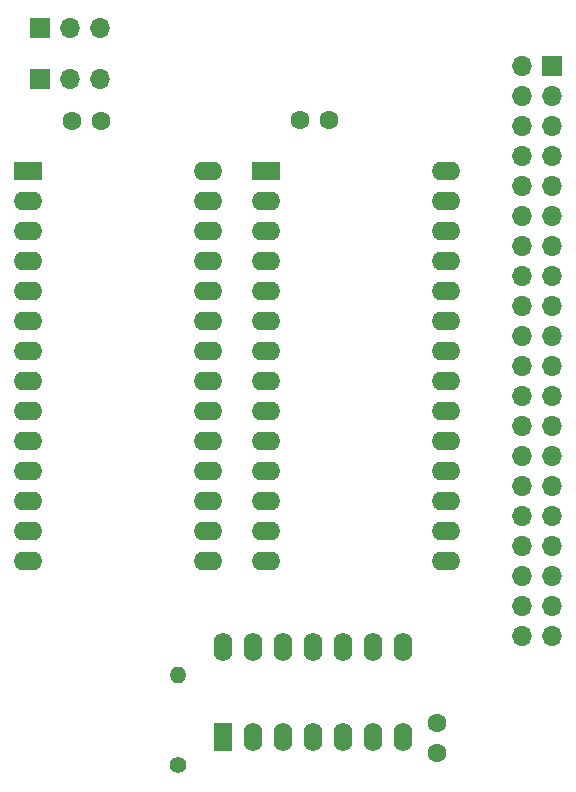
<source format=gts>
G04 #@! TF.GenerationSoftware,KiCad,Pcbnew,(7.0.0)*
G04 #@! TF.CreationDate,2024-08-20T15:47:20-04:00*
G04 #@! TF.ProjectId,LB-MEM-02,4c422d4d-454d-42d3-9032-2e6b69636164,2*
G04 #@! TF.SameCoordinates,Original*
G04 #@! TF.FileFunction,Soldermask,Top*
G04 #@! TF.FilePolarity,Negative*
%FSLAX46Y46*%
G04 Gerber Fmt 4.6, Leading zero omitted, Abs format (unit mm)*
G04 Created by KiCad (PCBNEW (7.0.0)) date 2024-08-20 15:47:20*
%MOMM*%
%LPD*%
G01*
G04 APERTURE LIST*
%ADD10R,2.400000X1.600000*%
%ADD11O,2.400000X1.600000*%
%ADD12R,1.700000X1.700000*%
%ADD13O,1.700000X1.700000*%
%ADD14R,1.600000X2.400000*%
%ADD15O,1.600000X2.400000*%
%ADD16C,1.600000*%
%ADD17C,1.400000*%
%ADD18O,1.400000X1.400000*%
G04 APERTURE END LIST*
D10*
X155701999Y-63499999D03*
D11*
X155701999Y-66039999D03*
X155701999Y-68579999D03*
X155701999Y-71119999D03*
X155701999Y-73659999D03*
X155701999Y-76199999D03*
X155701999Y-78739999D03*
X155701999Y-81279999D03*
X155701999Y-83819999D03*
X155701999Y-86359999D03*
X155701999Y-88899999D03*
X155701999Y-91439999D03*
X155701999Y-93979999D03*
X155701999Y-96519999D03*
X170941999Y-96519999D03*
X170941999Y-93979999D03*
X170941999Y-91439999D03*
X170941999Y-88899999D03*
X170941999Y-86359999D03*
X170941999Y-83819999D03*
X170941999Y-81279999D03*
X170941999Y-78739999D03*
X170941999Y-76199999D03*
X170941999Y-73659999D03*
X170941999Y-71119999D03*
X170941999Y-68579999D03*
X170941999Y-66039999D03*
X170941999Y-63499999D03*
D12*
X179889999Y-54614999D03*
D13*
X177349999Y-54614999D03*
X179889999Y-57154999D03*
X177349999Y-57154999D03*
X179889999Y-59694999D03*
X177349999Y-59694999D03*
X179889999Y-62234999D03*
X177349999Y-62234999D03*
X179889999Y-64774999D03*
X177349999Y-64774999D03*
X179889999Y-67314999D03*
X177349999Y-67314999D03*
X179889999Y-69854999D03*
X177349999Y-69854999D03*
X179889999Y-72394999D03*
X177349999Y-72394999D03*
X179889999Y-74934999D03*
X177349999Y-74934999D03*
X179889999Y-77474999D03*
X177349999Y-77474999D03*
X179889999Y-80014999D03*
X177349999Y-80014999D03*
X179889999Y-82554999D03*
X177349999Y-82554999D03*
X179889999Y-85094999D03*
X177349999Y-85094999D03*
X179889999Y-87634999D03*
X177349999Y-87634999D03*
X179889999Y-90174999D03*
X177349999Y-90174999D03*
X179889999Y-92714999D03*
X177349999Y-92714999D03*
X179889999Y-95254999D03*
X177349999Y-95254999D03*
X179889999Y-97794999D03*
X177349999Y-97794999D03*
X179889999Y-100334999D03*
X177349999Y-100334999D03*
X179889999Y-102874999D03*
X177349999Y-102874999D03*
D14*
X152013999Y-111393999D03*
D15*
X154553999Y-111393999D03*
X157093999Y-111393999D03*
X159633999Y-111393999D03*
X162173999Y-111393999D03*
X164713999Y-111393999D03*
X167253999Y-111393999D03*
X167253999Y-103773999D03*
X164713999Y-103773999D03*
X162173999Y-103773999D03*
X159633999Y-103773999D03*
X157093999Y-103773999D03*
X154553999Y-103773999D03*
X152013999Y-103773999D03*
D10*
X135506992Y-63499999D03*
D11*
X135506992Y-66039999D03*
X135506992Y-68579999D03*
X135506992Y-71119999D03*
X135506992Y-73659999D03*
X135506992Y-76199999D03*
X135506992Y-78739999D03*
X135506992Y-81279999D03*
X135506992Y-83819999D03*
X135506992Y-86359999D03*
X135506992Y-88899999D03*
X135506992Y-91439999D03*
X135506992Y-93979999D03*
X135506992Y-96519999D03*
X150746992Y-96519999D03*
X150746992Y-93979999D03*
X150746992Y-91439999D03*
X150746992Y-88899999D03*
X150746992Y-86359999D03*
X150746992Y-83819999D03*
X150746992Y-81279999D03*
X150746992Y-78739999D03*
X150746992Y-76199999D03*
X150746992Y-73659999D03*
X150746992Y-71119999D03*
X150746992Y-68579999D03*
X150746992Y-66039999D03*
X150746992Y-63499999D03*
D16*
X170180000Y-112756010D03*
X170180000Y-110256010D03*
X141712010Y-59309000D03*
X139212010Y-59309000D03*
D12*
X136540010Y-55752999D03*
D13*
X139080010Y-55752999D03*
X141620010Y-55752999D03*
D12*
X136539999Y-51434999D03*
D13*
X139079999Y-51434999D03*
X141619999Y-51434999D03*
D17*
X148209000Y-113792000D03*
D18*
X148208999Y-106171999D03*
D16*
X161016010Y-59182000D03*
X158516010Y-59182000D03*
M02*

</source>
